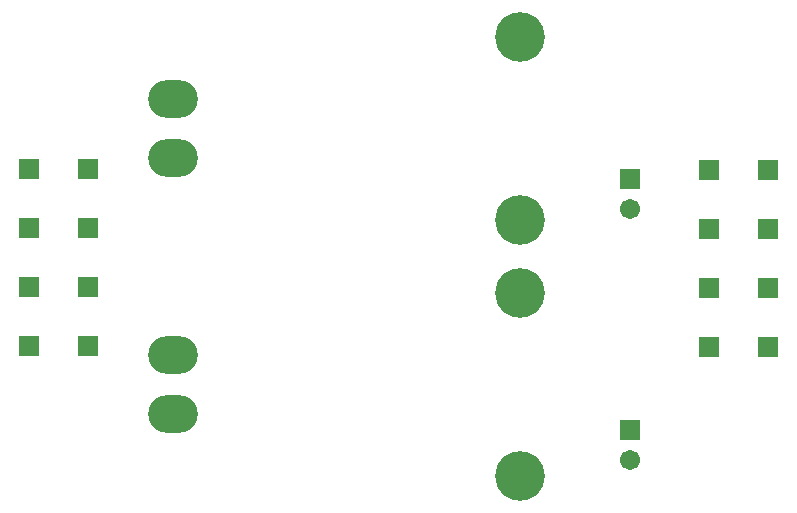
<source format=gbs>
G04 Layer_Color=16711935*
%FSLAX43Y43*%
%MOMM*%
G71*
G01*
G75*
%ADD28R,1.703X1.703*%
%ADD29C,1.703*%
%ADD30R,1.703X1.703*%
%ADD31C,4.203*%
%ADD32O,4.203X3.203*%
D28*
X60960Y85485D02*
D03*
X65960D02*
D03*
Y80485D02*
D03*
X60960D02*
D03*
Y75485D02*
D03*
X65960D02*
D03*
X60960Y70485D02*
D03*
X65960D02*
D03*
X3382Y85565D02*
D03*
X8382D02*
D03*
Y80565D02*
D03*
X3382D02*
D03*
Y75565D02*
D03*
X8382D02*
D03*
X3382Y70565D02*
D03*
X8382D02*
D03*
D29*
X54229Y82169D02*
D03*
Y60960D02*
D03*
D30*
Y84709D02*
D03*
Y63500D02*
D03*
D31*
X44958Y96749D02*
D03*
Y81280D02*
D03*
Y75057D02*
D03*
Y59588D02*
D03*
D32*
X15545Y86512D02*
D03*
Y91516D02*
D03*
Y64821D02*
D03*
Y69825D02*
D03*
M02*

</source>
